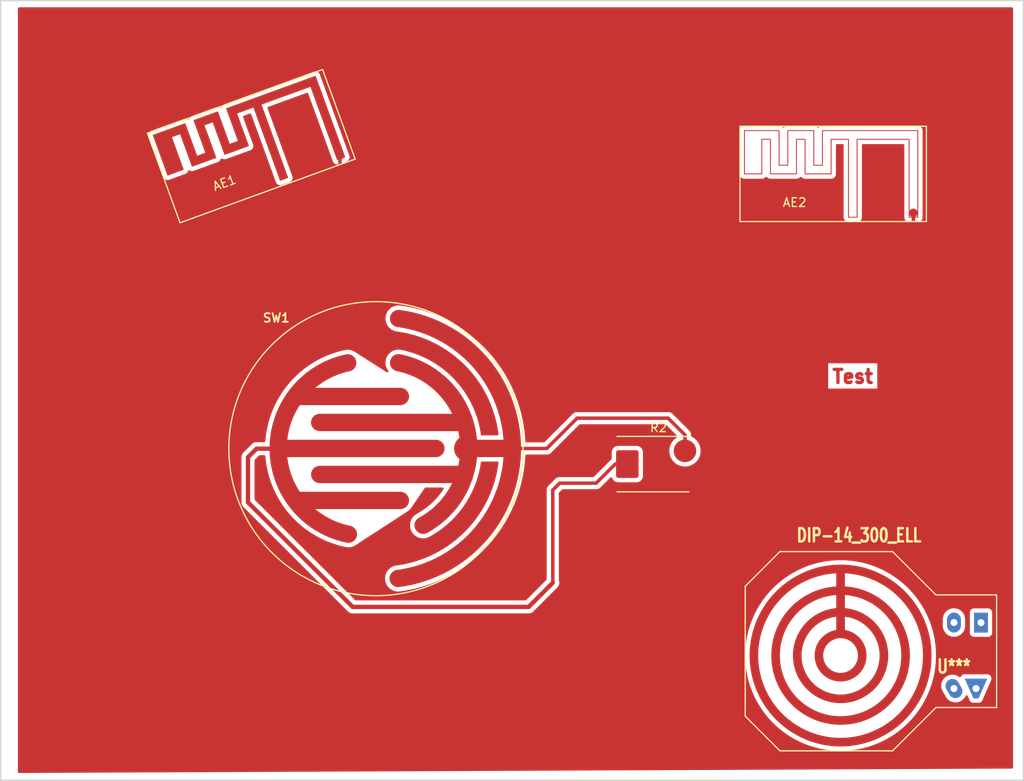
<source format=kicad_pcb>
(kicad_pcb (version 20221018) (generator pcbnew)
  (layers (0 "F.Cu" signal) (31 "B.Cu" signal) (34 "B.Paste" user) (35 "F.Paste" user) (36 "B.SilkS" user "B.Silkscreen") (37 "F.SilkS" user "F.Silkscreen") (38 "B.Mask" user) (39 "F.Mask" user) (44 "Edge.Cuts" user))
  (net 0 "")
  (net 1 "/PAD2")
  (net 2 "/PAD1")
  (net 3 "GND")
  (footprint "Diodes_SMD:DO-214AB" (layer "F.Cu") (at 136.9 101.5)
    (fp_text reference "R2" (at 0 -4.2) (layer "F.SilkS"))
    (fp_text value "R")
    (fp_line (start -4.8 -3.2) (end 3.5 -3.2) (stroke (width 0.15)) (layer "F.SilkS"))
    (fp_line (start 3.5 3.2) (end -4.8 3.2) (stroke (width 0.15)) (layer "F.SilkS"))
    (pad "1" smd roundrect (at -3.6 0) (size 2.6 3.2) (layers "F.Cu" "F.Paste" "F.Mask") (roundrect_rratio 0.1) (net 2 "/PAD1"))
    (pad "2" smd circle (at 3.048 -1.524) (size 2.6 2.6) (layers "F.Cu" "F.Paste" "F.Mask") (net 1 "/PAD2"))
  )
  (footprint "Connect:1pin" (layer "F.Cu") (at 166.3 72.5)
    (fp_text reference "AE2" (at -13.7 -1.2) (layer "F.SilkS"))
    (fp_text value "Antenna")
    (fp_line (start -20 -10) (end 1.5 -10) (stroke (width 0.15)) (layer "F.SilkS"))
    (fp_line (start -20 1) (end -20 -10) (stroke (width 0.15)) (layer "F.SilkS"))
    (fp_line (start 1.5 -10) (end 1.5 1) (stroke (width 0.15)) (layer "F.SilkS"))
    (fp_line (start 1.5 1) (end -20 1) (stroke (width 0.15)) (layer "F.SilkS"))
    (pad "1" smd custom (at 0 0) (size 1 1) (layers "F.Cu" "F.Paste" "F.Mask") (net 3 "GND") (options (clearance outline) (anchor circle)) (primitives (gr_line (start -0.4928 -8.5) (end -0.4928 0.5) (width 0.1)) (gr_line (start -6.4928 -8.5) (end -0.4928 -8.5) (width 0.1)) (gr_line (start -6.4928 0.5) (end -6.4928 -8.5) (width 0.1)) (gr_line (start -7.4928 0.5) (end -6.4928 0.5) (width 0.1)) (gr_line (start -7.4928 -8.5) (end -7.4928 0.5) (width 0.1)) (gr_line (start -9.4928 -8.5) (end -7.4928 -8.5) (width 0.1)) (gr_line (start -9.4928 -4.5) (end -9.4928 -8.5) (width 0.1)) (gr_line (start -12.4928 -4.5) (end -9.4928 -4.5) (width 0.1)) (gr_line (start -12.4928 -8.5) (end -12.4928 -4.5) (width 0.1)) (gr_line (start -13.4928 -8.5) (end -12.4928 -8.5) (width 0.1)) (gr_line (start -13.4928 -4.5) (end -13.4928 -8.5) (width 0.1)) (gr_line (start -16.4928 -4.5) (end -13.4928 -4.5) (width 0.1)) (gr_line (start -16.4928 -8.5) (end -16.4928 -4.5) (width 0.1)) (gr_line (start -17.4928 -8.5) (end -16.4928 -8.5) (width 0.1)) (gr_line (start -17.4928 -4.5) (end -17.4928 -8.5) (width 0.1)) (gr_line (start -19.4928 -4.5) (end -17.4928 -4.5) (width 0.1)) (gr_line (start -19.4928 -9.5) (end -19.4928 -4.5) (width 0.1)) (gr_line (start -15.4928 -9.5) (end -19.4928 -9.5) (width 0.1)) (gr_line (start -15.4928 -5.5) (end -15.4928 -9.5) (width 0.1)) (gr_line (start -14.4928 -5.5) (end -15.4928 -5.5) (width 0.1)) (gr_line (start -14.4928 -9.5) (end -14.4928 -5.5) (width 0.1)) (gr_line (start -11.4928 -9.5) (end -14.4928 -9.5) (width 0.1)) (gr_line (start -11.4928 -5.5) (end -11.4928 -9.5) (width 0.1)) (gr_line (start -10.4928 -5.5) (end -11.4928 -5.5) (width 0.1)) (gr_line (start -10.4928 -9.5) (end -10.4928 -5.5) (width 0.1)) (gr_line (start 0.5072 -9.5) (end -10.4928 -9.5) (width 0.1)) (gr_line (start 0.5072 0.5) (end 0.5072 -9.5) (width 0.1)) (gr_line (start -0.4928 0.5) (end 0.5072 0.5) (width 0.1))))
  )
  (footprint "Connect:1pin" (layer "F.Cu") (at 100.15 65.86 20)
    (fp_text reference "AE1" (at -13.619 -1.567 20) (layer "F.SilkS"))
    (fp_text value "Antenna")
    (fp_line (start -20 -10) (end 1.5 -10) (stroke (width 0.15)) (layer "F.SilkS"))
    (fp_line (start -20 1) (end -20 -10) (stroke (width 0.15)) (layer "F.SilkS"))
    (fp_line (start 1.5 -10) (end 1.5 1) (stroke (width 0.15)) (layer "F.SilkS"))
    (fp_line (start 1.5 1) (end -20 1) (stroke (width 0.15)) (layer "F.SilkS"))
    (pad "1" connect custom (at 0 0 20) (size 1 1) (layers "F.Cu" "F.Mask") (net 3 "GND") (options (clearance outline) (anchor circle)) (primitives (gr_poly (pts (xy 0.5 0.4) (xy 0.5 -9.6) (xy -10.5 -9.6) (xy -10.5 -5.6) (xy -11.5 -5.6) (xy -11.5 -9.6) (xy -14.5 -9.6) (xy -14.5 -5.6) (xy -15.5 -5.6) (xy -15.5 -9.6) (xy -19.5 -9.6) (xy -19.5 -4.6) (xy -17.5 -4.6) (xy -17.5 -8.6) (xy -16.5 -8.6) (xy -16.5 -4.6) (xy -13.5 -4.6) (xy -13.5 -8.6) (xy -12.5 -8.6) (xy -12.5 -4.6) (xy -9.5 -4.6) (xy -9.5 -8.6) (xy -7.5 -8.6) (xy -7.5 0.4) (xy -6.5 0.4) (xy -6.5 -8.6) (xy -0.5 -8.6) (xy -0.5 0.4)) (width 0) (fill yes))))
  )
  (footprint "Dip_sockets:DIP-14__300_ELL" (layer "F.Cu") (at 165.9 123.6 180)
    (fp_text reference "U***" (at -5.08 -1.27 180) (layer "F.SilkS") (effects (font (size 1.524 1.143) (thickness 0.3048))))
    (fp_text value "DIP-14_300_ELL" (at 5.88 13.872 180) (layer "F.SilkS") (effects (font (size 1.524 1.143) (thickness 0.3048))))
    (fp_line (start -10 -6) (end -9 -6) (stroke (width 0.15)) (layer "F.SilkS"))
    (fp_line (start -10 7) (end -10 -6) (stroke (width 0.15)) (layer "F.SilkS"))
    (fp_line (start -9 -6) (end -3 -6) (stroke (width 0.15)) (layer "F.SilkS"))
    (fp_line (start -3 -6) (end 2 -11) (stroke (width 0.15)) (layer "F.SilkS"))
    (fp_line (start -3 7) (end -10 7) (stroke (width 0.15)) (layer "F.SilkS"))
    (fp_line (start 2 -11) (end 15 -11) (stroke (width 0.15)) (layer "F.SilkS"))
    (fp_line (start 2 12) (end -3 7) (stroke (width 0.15)) (layer "F.SilkS"))
    (fp_line (start 15 -11) (end 19 -7) (stroke (width 0.15)) (layer "F.SilkS"))
    (fp_line (start 15 12) (end 2 12) (stroke (width 0.15)) (layer "F.SilkS"))
    (fp_line (start 19 -7) (end 19 8) (stroke (width 0.15)) (layer "F.SilkS"))
    (fp_line (start 19 8) (end 15 12) (stroke (width 0.15)) (layer "F.SilkS"))
    (pad "1" thru_hole rect (at -8.2 3.8 180) (size 1.5748 2.286) (drill 0.8128) (layers "*.Cu" "*.Mask"))
    (pad "2" thru_hole oval (at -5.08 3.81 180) (size 1.5748 2.286) (drill 0.8128) (layers "*.Cu" "*.Mask"))
    (pad "3" thru_hole trapezoid (at -7.62 -3.81 180) (size 1.5748 2.286) (rect_delta 0 1) (drill 0.8128) (layers "*.Cu" "*.Mask"))
    (pad "4" thru_hole oval (at -5.08 -3.81 210) (size 1.5748 2.286) (drill 0.8128) (layers "*.Cu" "*.Mask"))
    (pad "5" connect custom (at 8 10 180) (size 1 1) (layers "F.Cu" "F.Mask") (options (clearance convexhull) (anchor circle)) (primitives (gr_circle (center 0 -10) (end 2.5 -10) (width 1) (fill none)) (gr_circle (center 0 -10) (end 5 -10) (width 1) (fill none)) (gr_circle (center 0 -10) (end 7.5 -10) (width 1) (fill none)) (gr_circle (center 0 -10) (end 10 -10) (width 1) (fill none)) (gr_line (start 0 0) (end 0 -7.5) (width 1))))
  )
  (footprint "Discret:C2" (layer "F.Cu") (at 104.299 99.72)
    (fp_text reference "SW1" (at -11.5 -15.1) (layer "F.SilkS") (effects (font (thickness 0.2))))
    (fp_text value "R" hide)
    (fp_circle (center 0 0) (end 12.065 -11.938) (stroke (width 0.15)) (fill none) (layer "F.SilkS"))
    (pad "1" connect custom (at -11.081 -0.025 90) (size 1.397 1.397) (layers "F.Cu" "F.Mask") (net 2 "/PAD1") (options (clearance convexhull) (anchor rect)) (primitives (gr_line (start 6 1.9) (end 6 13.9) (width 2)) (gr_line (start -6 1.9) (end -6 13.9) (width 2)) (gr_line (start 0 -0.1) (end 0 18) (width 2)) (gr_arc (start -9.9 7.9) (mid -0.040335 -0.199919) (end 9.88371 7.820992) (width 2))))
    (pad "2" connect custom (at 10.509 -0.025 270) (size 3 3) (layers "F.Cu" "F.Mask") (net 1 "/PAD2") (options (clearance outline) (anchor circle)) (primitives (gr_line (start 3 0.5) (end 3 17) (width 2)) (gr_line (start -3 0.5) (end -3 17) (width 2)) (gr_arc (start -9.9 7.9) (mid -1.506614 -0.086997) (end 8.869415 5.068492) (width 2)) (gr_arc (start -15 7.9) (mid 0.024997 -5.232725) (end 15.006525 7.949566) (width 2)) (gr_line (start 0 0) (end 0 -5) (width 2))))
  )
  (gr_line (start 179 48) (end 179 138) (stroke (width 0.15)) (layer "Edge.Cuts"))
  (gr_line (start 179 138) (end 61 138) (stroke (width 0.15)) (layer "Edge.Cuts"))
  (gr_line (start 61 48) (end 179 48) (stroke (width 0.15)) (layer "Edge.Cuts"))
  (gr_line (start 61 138) (end 61 48) (stroke (width 0.15)) (layer "Edge.Cuts"))
  (gr_text "Test" (at 159.3 91.4) (layer "F.Cu") (effects (font (size 1.524 1.524) (thickness 0.381))))
  (segment (start 139.948 98.137523) (end 138.010477 96.2) (width 0.4) (layer "F.Cu") (net 1))
  (segment (start 114.808 99.695) (end 124.005 99.695) (width 0.4) (layer "F.Cu") (net 1))
  (segment (start 138.010477 96.2) (end 127.5 96.2) (width 0.4) (layer "F.Cu") (net 1))
  (segment (start 139.948 99.976) (end 139.948 98.137523) (width 0.4) (layer "F.Cu") (net 1))
  (segment (start 124.005 99.695) (end 127.5 96.2) (width 0.4) (layer "F.Cu") (net 1))
  (segment (start 101.6 117.983) (end 89.535 105.918) (width 0.5) (layer "F.Cu") (net 2))
  (segment (start 129.7 103.7) (end 125.5 103.7) (width 0.4) (layer "F.Cu") (net 2))
  (segment (start 125.5 103.7) (end 124.7 104.5) (width 0.4) (layer "F.Cu") (net 2))
  (segment (start 90.526 99.72) (end 93.799 99.72) (width 0.5) (layer "F.Cu") (net 2))
  (segment (start 121.917 117.983) (end 101.6 117.983) (width 0.5) (layer "F.Cu") (net 2))
  (segment (start 89.535 105.918) (end 89.535 100.711) (width 0.5) (layer "F.Cu") (net 2))
  (segment (start 131.9 101.5) (end 129.7 103.7) (width 0.4) (layer "F.Cu") (net 2))
  (segment (start 89.535 100.711) (end 90.526 99.72) (width 0.5) (layer "F.Cu") (net 2))
  (segment (start 133.3 101.5) (end 131.9 101.5) (width 0.4) (layer "F.Cu") (net 2))
  (segment (start 124.7 104.5) (end 124.7 115.2) (width 0.4) (layer "F.Cu") (net 2))
  (segment (start 124.7 115.2) (end 121.917 117.983) (width 0.5) (layer "F.Cu") (net 2))
  (segment (start 166.3 72.5) (end 166.3 75.5) (width 0.4) (layer "F.Cu") (net 3))
  (segment (start 100.15 68.65) (end 101.6 70.1) (width 0.4) (layer "F.Cu") (net 3))
  (segment (start 100.15 65.86) (end 100.15 68.65) (width 0.4) (layer "F.Cu") (net 3))
  (zone (net 3) (net_name "GND") (layer "F.Cu") (connect_pads (clearance 0.5)) (min_thickness 0.254) (fill yes (thermal_gap 0.508) (thermal_bridge_width 0.508))
    (polygon (pts (xy 62.992 48.768) (xy 177.8 48.768) (xy 177.8 136.652) (xy 62.992 137.16)))
  )
)
</source>
